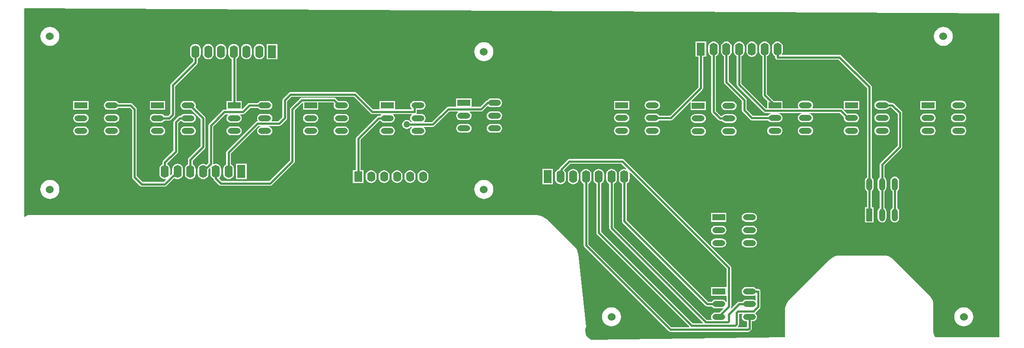
<source format=gtl>
G04*
G04 #@! TF.GenerationSoftware,Altium Limited,Altium Designer,20.2.6 (244)*
G04*
G04 Layer_Physical_Order=1*
G04 Layer_Color=255*
%FSLAX25Y25*%
%MOIN*%
G70*
G04*
G04 #@! TF.SameCoordinates,84CE4F0F-00B1-48B8-8D41-A7CC789AE08E*
G04*
G04*
G04 #@! TF.FilePolarity,Positive*
G04*
G01*
G75*
%ADD22C,0.01575*%
%ADD23O,0.09843X0.04724*%
%ADD24R,0.09843X0.04724*%
%ADD25O,0.04724X0.09843*%
%ADD26R,0.04724X0.09843*%
%ADD27R,0.06299X0.09843*%
%ADD28O,0.06299X0.09843*%
%ADD29O,0.06299X0.07874*%
%ADD30R,0.06299X0.07874*%
%ADD31C,0.06000*%
%ADD32C,0.05000*%
G36*
X850394Y253937D02*
Y3937D01*
X801181D01*
X800713Y4405D01*
X799978Y5506D01*
X799471Y6729D01*
X799213Y8027D01*
Y8689D01*
Y29528D01*
X799213D01*
X799213Y29528D01*
X799167Y30459D01*
X798804Y32287D01*
X798090Y34008D01*
X797055Y35557D01*
X796429Y36248D01*
X768677Y64000D01*
X768677Y64000D01*
X767950Y64659D01*
X766320Y65748D01*
X764509Y66499D01*
X762586Y66881D01*
X761606Y66929D01*
X726583Y66929D01*
X726583Y66929D01*
X725603Y66881D01*
X723680Y66499D01*
X721869Y65748D01*
X720239Y64659D01*
X719512Y64000D01*
X687968Y32456D01*
X687309Y31729D01*
X686220Y30099D01*
X685470Y28288D01*
X685088Y26366D01*
X685040Y25385D01*
Y3937D01*
X535591Y2016D01*
X535591Y2016D01*
X534900Y2300D01*
X533657Y3128D01*
X532601Y4185D01*
X531775Y5429D01*
X531210Y6812D01*
X530928Y8279D01*
X530941Y9772D01*
X531248Y11234D01*
X531542Y11920D01*
X525533Y67793D01*
X525533Y67793D01*
X525533Y67794D01*
X525407Y68632D01*
X524944Y70261D01*
X524213Y71788D01*
X523235Y73171D01*
X522662Y73795D01*
X502784Y93673D01*
X502784Y93673D01*
X502784Y93673D01*
X502207Y94222D01*
X500977Y95232D01*
X499652Y96117D01*
X498248Y96867D01*
X496777Y97477D01*
X495253Y97939D01*
X493692Y98250D01*
X492107Y98406D01*
X491311Y98425D01*
X103178Y98425D01*
X103178Y98425D01*
X102519Y98393D01*
X101227Y98136D01*
X100010Y97632D01*
X98925Y96907D01*
X98712Y96947D01*
X98425Y97074D01*
Y257520D01*
X98780Y257872D01*
X850394Y253937D01*
D02*
G37*
%LPC*%
G36*
X807087Y243555D02*
X805656Y243414D01*
X804280Y242997D01*
X803012Y242319D01*
X801900Y241407D01*
X800988Y240295D01*
X800310Y239027D01*
X799893Y237651D01*
X799752Y236220D01*
X799893Y234789D01*
X800310Y233414D01*
X800988Y232146D01*
X801900Y231034D01*
X803012Y230122D01*
X804280Y229444D01*
X805656Y229027D01*
X807087Y228886D01*
X808517Y229027D01*
X809893Y229444D01*
X811161Y230122D01*
X812273Y231034D01*
X813185Y232146D01*
X813863Y233414D01*
X814280Y234789D01*
X814421Y236220D01*
X814280Y237651D01*
X813863Y239027D01*
X813185Y240295D01*
X812273Y241407D01*
X811161Y242319D01*
X809893Y242997D01*
X808517Y243414D01*
X807087Y243555D01*
D02*
G37*
G36*
X118110D02*
X116679Y243414D01*
X115303Y242997D01*
X114035Y242319D01*
X112924Y241407D01*
X112012Y240295D01*
X111334Y239027D01*
X110917Y237651D01*
X110776Y236220D01*
X110917Y234789D01*
X111334Y233414D01*
X112012Y232146D01*
X112924Y231034D01*
X114035Y230122D01*
X115303Y229444D01*
X116679Y229027D01*
X118110Y228886D01*
X119541Y229027D01*
X120917Y229444D01*
X122185Y230122D01*
X123296Y231034D01*
X124209Y232146D01*
X124886Y233414D01*
X125304Y234789D01*
X125445Y236220D01*
X125304Y237651D01*
X124886Y239027D01*
X124209Y240295D01*
X123296Y241407D01*
X122185Y242319D01*
X120917Y242997D01*
X119541Y243414D01*
X118110Y243555D01*
D02*
G37*
G36*
X659449Y232335D02*
X658365Y232192D01*
X657356Y231774D01*
X656489Y231109D01*
X655824Y230242D01*
X655406Y229233D01*
X655263Y228150D01*
Y224606D01*
X655406Y223523D01*
X655824Y222513D01*
X656489Y221647D01*
X657356Y220982D01*
X658365Y220563D01*
X659449Y220421D01*
X660532Y220563D01*
X661542Y220982D01*
X662408Y221647D01*
X663073Y222513D01*
X663492Y223523D01*
X663634Y224606D01*
Y228150D01*
X663492Y229233D01*
X663073Y230242D01*
X662408Y231109D01*
X661542Y231774D01*
X660532Y232192D01*
X659449Y232335D01*
D02*
G37*
G36*
X293520Y230331D02*
X285221D01*
Y218488D01*
X293520D01*
Y230331D01*
D02*
G37*
G36*
X279528Y230367D02*
X278444Y230224D01*
X277435Y229806D01*
X276568Y229141D01*
X275903Y228274D01*
X275485Y227264D01*
X275342Y226181D01*
Y222638D01*
X275485Y221555D01*
X275903Y220545D01*
X276568Y219678D01*
X277435Y219013D01*
X278444Y218595D01*
X279528Y218453D01*
X280611Y218595D01*
X281620Y219013D01*
X282487Y219678D01*
X283152Y220545D01*
X283570Y221555D01*
X283713Y222638D01*
Y226181D01*
X283570Y227264D01*
X283152Y228274D01*
X282487Y229141D01*
X281620Y229806D01*
X280611Y230224D01*
X279528Y230367D01*
D02*
G37*
G36*
X269685D02*
X268602Y230224D01*
X267592Y229806D01*
X266725Y229141D01*
X266060Y228274D01*
X265642Y227264D01*
X265500Y226181D01*
Y222638D01*
X265642Y221555D01*
X266060Y220545D01*
X266725Y219678D01*
X267592Y219013D01*
X268602Y218595D01*
X269685Y218453D01*
X270768Y218595D01*
X271778Y219013D01*
X272644Y219678D01*
X273310Y220545D01*
X273728Y221555D01*
X273870Y222638D01*
Y226181D01*
X273728Y227264D01*
X273310Y228274D01*
X272644Y229141D01*
X271778Y229806D01*
X270768Y230224D01*
X269685Y230367D01*
D02*
G37*
G36*
X250000D02*
X248917Y230224D01*
X247907Y229806D01*
X247041Y229141D01*
X246375Y228274D01*
X245957Y227264D01*
X245815Y226181D01*
Y222638D01*
X245957Y221555D01*
X246375Y220545D01*
X247041Y219678D01*
X247907Y219013D01*
X248917Y218595D01*
X250000Y218453D01*
X251083Y218595D01*
X252093Y219013D01*
X252959Y219678D01*
X253625Y220545D01*
X254043Y221555D01*
X254185Y222638D01*
Y226181D01*
X254043Y227264D01*
X253625Y228274D01*
X252959Y229141D01*
X252093Y229806D01*
X251083Y230224D01*
X250000Y230367D01*
D02*
G37*
G36*
X240158D02*
X239074Y230224D01*
X238065Y229806D01*
X237198Y229141D01*
X236533Y228274D01*
X236115Y227264D01*
X235972Y226181D01*
Y222638D01*
X236115Y221555D01*
X236533Y220545D01*
X237198Y219678D01*
X238065Y219013D01*
X239074Y218595D01*
X240158Y218453D01*
X241241Y218595D01*
X242250Y219013D01*
X243117Y219678D01*
X243782Y220545D01*
X244200Y221555D01*
X244343Y222638D01*
Y226181D01*
X244200Y227264D01*
X243782Y228274D01*
X243117Y229141D01*
X242250Y229806D01*
X241241Y230224D01*
X240158Y230367D01*
D02*
G37*
G36*
X452756Y231744D02*
X451325Y231603D01*
X449949Y231186D01*
X448681Y230508D01*
X447570Y229596D01*
X446658Y228484D01*
X445980Y227216D01*
X445562Y225840D01*
X445422Y224409D01*
X445562Y222978D01*
X445980Y221603D01*
X446658Y220335D01*
X447570Y219223D01*
X448681Y218311D01*
X449949Y217633D01*
X451325Y217216D01*
X452756Y217075D01*
X454187Y217216D01*
X455563Y217633D01*
X456831Y218311D01*
X457942Y219223D01*
X458854Y220335D01*
X459532Y221603D01*
X459950Y222978D01*
X460090Y224409D01*
X459950Y225840D01*
X459532Y227216D01*
X458854Y228484D01*
X457942Y229596D01*
X456831Y230508D01*
X455563Y231186D01*
X454187Y231603D01*
X452756Y231744D01*
D02*
G37*
G36*
X353400Y193122D02*
X353400Y193122D01*
X303505D01*
X302807Y192984D01*
X302216Y192589D01*
X302216Y192589D01*
X297924Y188296D01*
X297529Y187705D01*
X297390Y187008D01*
X297390Y187008D01*
Y173983D01*
X294129Y170722D01*
X289326D01*
X289105Y171171D01*
X289253Y171363D01*
X289592Y172181D01*
X289707Y173059D01*
X289592Y173937D01*
X289253Y174755D01*
X288714Y175457D01*
X288012Y175996D01*
X287194Y176335D01*
X286316Y176450D01*
X281198D01*
X280320Y176335D01*
X279502Y175996D01*
X278800Y175457D01*
X278261Y174755D01*
X277922Y173937D01*
X277806Y173059D01*
X277922Y172181D01*
X278261Y171363D01*
X278416Y171161D01*
X278366Y171058D01*
X278133Y170709D01*
X277503Y170584D01*
X276911Y170189D01*
X276911Y170189D01*
X254617Y147894D01*
X254222Y147303D01*
X254083Y146606D01*
X254083Y146606D01*
Y137398D01*
X253813Y137286D01*
X252946Y136621D01*
X252281Y135754D01*
X251863Y134745D01*
X251720Y133661D01*
Y130118D01*
X251863Y129035D01*
X252281Y128025D01*
X252946Y127159D01*
X253813Y126494D01*
X254822Y126075D01*
X255906Y125933D01*
X256989Y126075D01*
X257998Y126494D01*
X258865Y127159D01*
X259530Y128025D01*
X259948Y129035D01*
X260091Y130118D01*
Y133661D01*
X259948Y134745D01*
X259530Y135754D01*
X258865Y136621D01*
X257998Y137286D01*
X257728Y137398D01*
Y145851D01*
X278955Y167078D01*
X280937D01*
X280970Y166578D01*
X280320Y166492D01*
X279502Y166153D01*
X278800Y165614D01*
X278261Y164912D01*
X277922Y164094D01*
X277806Y163216D01*
X277922Y162339D01*
X278261Y161521D01*
X278800Y160819D01*
X279502Y160280D01*
X280320Y159941D01*
X281198Y159825D01*
X286316D01*
X287194Y159941D01*
X288012Y160280D01*
X288714Y160819D01*
X289253Y161521D01*
X289592Y162339D01*
X289707Y163216D01*
X289592Y164094D01*
X289253Y164912D01*
X288714Y165614D01*
X288012Y166153D01*
X287194Y166492D01*
X286544Y166578D01*
X286577Y167078D01*
X294884D01*
X294884Y167078D01*
X295582Y167216D01*
X296173Y167611D01*
X300501Y171940D01*
X300501Y171940D01*
X300896Y172531D01*
X301035Y173228D01*
X301035Y173228D01*
Y186253D01*
X304260Y189478D01*
X352645D01*
X365411Y176711D01*
X366003Y176316D01*
X366700Y176178D01*
X366700Y176178D01*
X373406D01*
X373575Y175678D01*
X373288Y175457D01*
X372846Y174881D01*
X371500D01*
X370803Y174743D01*
X370211Y174348D01*
X370211Y174348D01*
X354538Y158675D01*
X354143Y158083D01*
X354004Y157386D01*
X354004Y157386D01*
Y132890D01*
X351677D01*
Y123016D01*
X359976D01*
Y132890D01*
X357649D01*
Y156631D01*
X372255Y171237D01*
X372846D01*
X373288Y170661D01*
X373990Y170122D01*
X374808Y169783D01*
X375686Y169668D01*
X380804D01*
X381682Y169783D01*
X382500Y170122D01*
X383202Y170661D01*
X383741Y171363D01*
X384080Y172181D01*
X384195Y173059D01*
X384080Y173937D01*
X383741Y174755D01*
X383202Y175457D01*
X382914Y175678D01*
X383084Y176178D01*
X397028D01*
X397198Y175678D01*
X396910Y175457D01*
X396371Y174755D01*
X396032Y173937D01*
X395917Y173059D01*
X396032Y172181D01*
X396371Y171363D01*
X396910Y170661D01*
X397091Y170522D01*
X396921Y170022D01*
X396313D01*
X395796Y170696D01*
X395065Y171257D01*
X394214Y171610D01*
X393300Y171730D01*
X392386Y171610D01*
X391535Y171257D01*
X390804Y170696D01*
X390243Y169965D01*
X389890Y169114D01*
X389770Y168200D01*
X389890Y167286D01*
X390243Y166435D01*
X390804Y165704D01*
X391535Y165143D01*
X392386Y164790D01*
X393300Y164670D01*
X394214Y164790D01*
X395065Y165143D01*
X395796Y165704D01*
X396313Y166378D01*
X397083D01*
X397253Y165878D01*
X396910Y165614D01*
X396371Y164912D01*
X396032Y164094D01*
X395917Y163216D01*
X396032Y162339D01*
X396371Y161521D01*
X396910Y160819D01*
X397612Y160280D01*
X398430Y159941D01*
X399308Y159825D01*
X404426D01*
X405304Y159941D01*
X406122Y160280D01*
X406824Y160819D01*
X407363Y161521D01*
X407702Y162339D01*
X407817Y163216D01*
X407702Y164094D01*
X407363Y164912D01*
X406824Y165614D01*
X406481Y165878D01*
X406651Y166378D01*
X413400D01*
X413400Y166378D01*
X414097Y166516D01*
X414689Y166911D01*
X425955Y178178D01*
X432502D01*
X432672Y177678D01*
X432343Y177425D01*
X431804Y176723D01*
X431465Y175905D01*
X431350Y175027D01*
X431465Y174150D01*
X431804Y173332D01*
X432343Y172629D01*
X433045Y172090D01*
X433863Y171752D01*
X434741Y171636D01*
X439859D01*
X440737Y171752D01*
X441555Y172090D01*
X442257Y172629D01*
X442796Y173332D01*
X443135Y174150D01*
X443251Y175027D01*
X443135Y175905D01*
X442796Y176723D01*
X442257Y177425D01*
X441928Y177678D01*
X442098Y178178D01*
X450700D01*
X450700Y178178D01*
X451397Y178316D01*
X451989Y178711D01*
X455763Y182485D01*
X455965Y182472D01*
X456668Y181933D01*
X457485Y181594D01*
X458363Y181479D01*
X463481D01*
X464359Y181594D01*
X465177Y181933D01*
X465879Y182472D01*
X466418Y183174D01*
X466757Y183992D01*
X466873Y184870D01*
X466757Y185748D01*
X466418Y186566D01*
X465879Y187268D01*
X465177Y187807D01*
X464359Y188146D01*
X463481Y188261D01*
X458363D01*
X457485Y188146D01*
X456668Y187807D01*
X455965Y187268D01*
X455515Y186681D01*
X454873Y186554D01*
X454281Y186159D01*
X449945Y181822D01*
X443222D01*
Y188232D01*
X431379D01*
Y181822D01*
X425200D01*
X425200Y181822D01*
X424503Y181684D01*
X423911Y181289D01*
X412645Y170022D01*
X406813D01*
X406643Y170522D01*
X406824Y170661D01*
X407363Y171363D01*
X407702Y172181D01*
X407817Y173059D01*
X407702Y173937D01*
X407363Y174755D01*
X406824Y175457D01*
X406122Y175996D01*
X405304Y176335D01*
X404426Y176450D01*
X401016D01*
X400748Y176950D01*
X400984Y177303D01*
X401122Y178000D01*
Y179510D01*
X404426D01*
X405304Y179626D01*
X406122Y179965D01*
X406824Y180504D01*
X407363Y181206D01*
X407702Y182024D01*
X407817Y182902D01*
X407702Y183779D01*
X407363Y184597D01*
X406824Y185300D01*
X406122Y185838D01*
X405304Y186177D01*
X404426Y186293D01*
X399308D01*
X398430Y186177D01*
X397612Y185838D01*
X396910Y185300D01*
X396371Y184597D01*
X396032Y183779D01*
X395917Y182902D01*
X396032Y182024D01*
X396371Y181206D01*
X396910Y180504D01*
X397146Y180322D01*
X396976Y179822D01*
X384166D01*
Y186264D01*
X372324D01*
Y179822D01*
X367455D01*
X354689Y192589D01*
X354097Y192984D01*
X353400Y193122D01*
D02*
G37*
G36*
X669291Y232335D02*
X668208Y232192D01*
X667199Y231774D01*
X666332Y231109D01*
X665666Y230242D01*
X665248Y229233D01*
X665106Y228150D01*
Y224606D01*
X665248Y223523D01*
X665666Y222513D01*
X666332Y221647D01*
X667199Y220982D01*
X667469Y220869D01*
Y190945D01*
X667469Y190945D01*
X667607Y190248D01*
X668003Y189656D01*
X671244Y186415D01*
Y180722D01*
X670280D01*
X651429Y199574D01*
Y220869D01*
X651699Y220982D01*
X652566Y221647D01*
X653231Y222513D01*
X653649Y223523D01*
X653792Y224606D01*
Y228150D01*
X653649Y229233D01*
X653231Y230242D01*
X652566Y231109D01*
X651699Y231774D01*
X650690Y232192D01*
X649606Y232335D01*
X648523Y232192D01*
X647513Y231774D01*
X646647Y231109D01*
X645982Y230242D01*
X645563Y229233D01*
X645421Y228150D01*
Y224606D01*
X645563Y223523D01*
X645982Y222513D01*
X646647Y221647D01*
X647513Y220982D01*
X647784Y220869D01*
Y198819D01*
X647784Y198819D01*
X647923Y198122D01*
X648318Y197530D01*
X668236Y177611D01*
X668236Y177611D01*
X668828Y177216D01*
X669525Y177078D01*
X669525Y177078D01*
X674254D01*
X674287Y176578D01*
X673729Y176504D01*
X672911Y176165D01*
X672208Y175626D01*
X671767Y175051D01*
X660204D01*
X655366Y179889D01*
Y187008D01*
X655366Y187008D01*
X655227Y187705D01*
X654832Y188296D01*
X641586Y201542D01*
Y220869D01*
X641856Y220982D01*
X642723Y221647D01*
X643389Y222513D01*
X643807Y223523D01*
X643949Y224606D01*
Y228150D01*
X643807Y229233D01*
X643389Y230242D01*
X642723Y231109D01*
X641856Y231774D01*
X640847Y232192D01*
X639764Y232335D01*
X638681Y232192D01*
X637671Y231774D01*
X636804Y231109D01*
X636139Y230242D01*
X635721Y229233D01*
X635578Y228150D01*
Y224606D01*
X635721Y223523D01*
X636139Y222513D01*
X636804Y221647D01*
X637671Y220982D01*
X637941Y220869D01*
Y200787D01*
X637941Y200787D01*
X638080Y200090D01*
X638475Y199499D01*
X651721Y186253D01*
Y179134D01*
X651721Y179134D01*
X651860Y178436D01*
X652255Y177845D01*
X658160Y171940D01*
X658160Y171940D01*
X658751Y171545D01*
X659449Y171406D01*
X659449Y171406D01*
X671767D01*
X672208Y170830D01*
X672911Y170291D01*
X673729Y169953D01*
X674606Y169837D01*
X679725D01*
X680602Y169953D01*
X681420Y170291D01*
X682122Y170830D01*
X682661Y171533D01*
X683000Y172351D01*
X683116Y173228D01*
X683000Y174106D01*
X682661Y174924D01*
X682122Y175626D01*
X681420Y176165D01*
X680602Y176504D01*
X680044Y176578D01*
X680077Y177078D01*
X697876D01*
X697909Y176578D01*
X697351Y176504D01*
X696533Y176165D01*
X695830Y175626D01*
X695292Y174924D01*
X694953Y174106D01*
X694837Y173228D01*
X694953Y172351D01*
X695292Y171533D01*
X695830Y170830D01*
X696533Y170291D01*
X697351Y169953D01*
X698228Y169837D01*
X703346D01*
X704224Y169953D01*
X705042Y170291D01*
X705744Y170830D01*
X706283Y171533D01*
X706622Y172351D01*
X706738Y173228D01*
X706622Y174106D01*
X706283Y174924D01*
X705744Y175626D01*
X705042Y176165D01*
X704224Y176504D01*
X703666Y176578D01*
X703698Y177078D01*
X727274D01*
X730369Y173982D01*
X730270Y173228D01*
X730386Y172351D01*
X730724Y171533D01*
X731263Y170830D01*
X731966Y170291D01*
X732784Y169953D01*
X733661Y169837D01*
X738779D01*
X739657Y169953D01*
X740475Y170291D01*
X741177Y170830D01*
X741716Y171533D01*
X742055Y172351D01*
X742171Y173228D01*
X742055Y174106D01*
X741716Y174924D01*
X741177Y175626D01*
X740475Y176165D01*
X739657Y176504D01*
X738779Y176620D01*
X733661D01*
X732976Y176529D01*
X730296Y179210D01*
X730504Y179709D01*
X730714Y179709D01*
X742142D01*
Y186433D01*
X730299D01*
Y180156D01*
X730299Y179914D01*
X729801Y179705D01*
X729317Y180189D01*
X728726Y180584D01*
X728028Y180722D01*
X728028Y180722D01*
X706348D01*
X706126Y181171D01*
X706283Y181375D01*
X706622Y182193D01*
X706738Y183071D01*
X706622Y183949D01*
X706283Y184766D01*
X705744Y185469D01*
X705042Y186008D01*
X704224Y186346D01*
X703346Y186462D01*
X698228D01*
X697351Y186346D01*
X696533Y186008D01*
X695830Y185469D01*
X695292Y184766D01*
X694953Y183949D01*
X694837Y183071D01*
X694953Y182193D01*
X695292Y181375D01*
X695448Y181171D01*
X695227Y180722D01*
X683087D01*
Y186433D01*
X676380D01*
X671114Y191700D01*
Y220869D01*
X671384Y220982D01*
X672251Y221647D01*
X672916Y222513D01*
X673334Y223523D01*
X673477Y224606D01*
Y228150D01*
X673334Y229233D01*
X672916Y230242D01*
X672251Y231109D01*
X671384Y231774D01*
X670374Y232192D01*
X669291Y232335D01*
D02*
G37*
G36*
X801197Y186433D02*
X789354D01*
Y179709D01*
X801197D01*
Y186433D01*
D02*
G37*
G36*
X564977D02*
X553134D01*
Y179709D01*
X564977D01*
Y186433D01*
D02*
G37*
G36*
X821457Y186462D02*
X816339D01*
X815461Y186346D01*
X814643Y186008D01*
X813941Y185469D01*
X813402Y184766D01*
X813063Y183949D01*
X812947Y183071D01*
X813063Y182193D01*
X813402Y181375D01*
X813941Y180673D01*
X814643Y180134D01*
X815461Y179795D01*
X816339Y179680D01*
X821457D01*
X822334Y179795D01*
X823152Y180134D01*
X823855Y180673D01*
X824393Y181375D01*
X824732Y182193D01*
X824848Y183071D01*
X824732Y183949D01*
X824393Y184766D01*
X823855Y185469D01*
X823152Y186008D01*
X822334Y186346D01*
X821457Y186462D01*
D02*
G37*
G36*
X585236D02*
X580118D01*
X579240Y186346D01*
X578422Y186008D01*
X577720Y185469D01*
X577181Y184766D01*
X576842Y183949D01*
X576727Y183071D01*
X576842Y182193D01*
X577181Y181375D01*
X577720Y180673D01*
X578422Y180134D01*
X579240Y179795D01*
X580118Y179680D01*
X585236D01*
X586114Y179795D01*
X586932Y180134D01*
X587634Y180673D01*
X588173Y181375D01*
X588512Y182193D01*
X588627Y183071D01*
X588512Y183949D01*
X588173Y184766D01*
X587634Y185469D01*
X586932Y186008D01*
X586114Y186346D01*
X585236Y186462D01*
D02*
G37*
G36*
X207001Y186264D02*
X195158D01*
Y179539D01*
X207001D01*
Y186264D01*
D02*
G37*
G36*
X147946D02*
X136103D01*
Y179539D01*
X147946D01*
Y186264D01*
D02*
G37*
G36*
X259843Y230367D02*
X258759Y230224D01*
X257750Y229806D01*
X256883Y229141D01*
X256218Y228274D01*
X255800Y227264D01*
X255657Y226181D01*
Y222638D01*
X255800Y221555D01*
X256218Y220545D01*
X256883Y219678D01*
X257750Y219013D01*
X258312Y218780D01*
Y186264D01*
X254214D01*
Y179722D01*
X252703D01*
X252703Y179722D01*
X252006Y179584D01*
X251414Y179189D01*
X251414Y179189D01*
X240837Y168612D01*
X240442Y168020D01*
X240303Y167323D01*
X240304Y167323D01*
Y138550D01*
X238724Y136971D01*
X238313Y137286D01*
X237304Y137704D01*
X236221Y137847D01*
X235137Y137704D01*
X234128Y137286D01*
X233261Y136621D01*
X232596Y135754D01*
X232178Y134745D01*
X232035Y133661D01*
Y130118D01*
X232178Y129035D01*
X232596Y128025D01*
X233261Y127159D01*
X234128Y126494D01*
X235137Y126075D01*
X236221Y125933D01*
X237304Y126075D01*
X238313Y126494D01*
X239180Y127159D01*
X239845Y128025D01*
X240263Y129035D01*
X240406Y130118D01*
Y133601D01*
X240718Y133810D01*
X241495Y134587D01*
X241969Y134353D01*
X241878Y133661D01*
Y130118D01*
X242020Y129035D01*
X242438Y128025D01*
X243104Y127159D01*
X243970Y126494D01*
X244296Y126359D01*
X244379Y125940D01*
X244774Y125348D01*
X248711Y121411D01*
X248711Y121411D01*
X249303Y121016D01*
X250000Y120878D01*
X250000Y120878D01*
X288054D01*
X288054Y120878D01*
X288752Y121016D01*
X289343Y121411D01*
X306407Y138475D01*
X306407Y138475D01*
X306802Y139066D01*
X306941Y139764D01*
X306941Y139764D01*
Y179063D01*
X312769Y184891D01*
X313269Y184684D01*
Y179539D01*
X325111D01*
Y185278D01*
X336499D01*
X337276Y184500D01*
X336977Y183779D01*
X336862Y182902D01*
X336977Y182024D01*
X337316Y181206D01*
X337855Y180504D01*
X338557Y179965D01*
X339375Y179626D01*
X340253Y179510D01*
X345371D01*
X346249Y179626D01*
X347067Y179965D01*
X347769Y180504D01*
X348308Y181206D01*
X348647Y182024D01*
X348762Y182902D01*
X348647Y183779D01*
X348308Y184597D01*
X347769Y185300D01*
X347067Y185838D01*
X346249Y186177D01*
X345371Y186293D01*
X340551D01*
X340375Y186556D01*
X340375Y186556D01*
X338542Y188389D01*
X337951Y188784D01*
X337254Y188922D01*
X337254Y188922D01*
X312400D01*
X312400Y188922D01*
X311703Y188784D01*
X311111Y188389D01*
X311111Y188389D01*
X303830Y181107D01*
X303434Y180516D01*
X303296Y179818D01*
X303296Y179818D01*
Y140519D01*
X287299Y124522D01*
X250755D01*
X248779Y126498D01*
X248812Y126997D01*
X249023Y127159D01*
X249688Y128025D01*
X250106Y129035D01*
X250248Y130118D01*
Y133661D01*
X250106Y134745D01*
X249688Y135754D01*
X249023Y136621D01*
X248156Y137286D01*
X247146Y137704D01*
X246063Y137847D01*
X244980Y137704D01*
X244392Y137461D01*
X243948Y137795D01*
X243948Y137795D01*
Y166568D01*
X253458Y176078D01*
X255165D01*
X255335Y175578D01*
X255178Y175457D01*
X254639Y174755D01*
X254300Y173937D01*
X254185Y173059D01*
X254300Y172181D01*
X254639Y171363D01*
X255178Y170661D01*
X255880Y170122D01*
X256698Y169783D01*
X257576Y169668D01*
X262694D01*
X263572Y169783D01*
X264389Y170122D01*
X265092Y170661D01*
X265631Y171363D01*
X265969Y172181D01*
X266085Y173059D01*
X265969Y173937D01*
X265631Y174755D01*
X265092Y175457D01*
X264935Y175578D01*
X265104Y176078D01*
X266898D01*
X266898Y176078D01*
X267596Y176216D01*
X268187Y176611D01*
X272655Y181079D01*
X278358D01*
X278800Y180504D01*
X279502Y179965D01*
X280320Y179626D01*
X281198Y179510D01*
X286316D01*
X287194Y179626D01*
X288012Y179965D01*
X288714Y180504D01*
X289253Y181206D01*
X289592Y182024D01*
X289707Y182902D01*
X289592Y183779D01*
X289253Y184597D01*
X288714Y185300D01*
X288012Y185838D01*
X287194Y186177D01*
X286316Y186293D01*
X281198D01*
X280320Y186177D01*
X279502Y185838D01*
X278800Y185300D01*
X278358Y184724D01*
X271900D01*
X271900Y184724D01*
X271203Y184585D01*
X270611Y184190D01*
X266556Y180135D01*
X266056Y180342D01*
Y186264D01*
X261957D01*
Y219030D01*
X262802Y219678D01*
X263467Y220545D01*
X263885Y221555D01*
X264028Y222638D01*
Y226181D01*
X263885Y227264D01*
X263467Y228274D01*
X262802Y229141D01*
X261935Y229806D01*
X260926Y230224D01*
X259843Y230367D01*
D02*
G37*
G36*
X624228Y232299D02*
X615929D01*
Y220457D01*
X618256D01*
Y197062D01*
X596245Y175051D01*
X588076D01*
X587634Y175626D01*
X586932Y176165D01*
X586114Y176504D01*
X585236Y176620D01*
X580118D01*
X579240Y176504D01*
X578422Y176165D01*
X577720Y175626D01*
X577181Y174924D01*
X576842Y174106D01*
X576727Y173228D01*
X576842Y172351D01*
X577181Y171533D01*
X577720Y170830D01*
X578422Y170291D01*
X579240Y169953D01*
X580118Y169837D01*
X585236D01*
X586114Y169953D01*
X586932Y170291D01*
X587634Y170830D01*
X588076Y171406D01*
X597000D01*
X597000Y171406D01*
X597697Y171545D01*
X598289Y171940D01*
X611727Y185378D01*
X612189Y185187D01*
Y179315D01*
X624031D01*
Y186039D01*
X613042D01*
X612850Y186501D01*
X621367Y195018D01*
X621367Y195018D01*
X621762Y195610D01*
X621901Y196307D01*
X621901Y196307D01*
Y220457D01*
X624228D01*
Y232299D01*
D02*
G37*
G36*
X644291Y186068D02*
X639173D01*
X638295Y185953D01*
X637477Y185614D01*
X636775Y185075D01*
X636236Y184373D01*
X635897Y183555D01*
X635782Y182677D01*
X635897Y181799D01*
X636236Y180982D01*
X636775Y180279D01*
X637477Y179740D01*
X638295Y179402D01*
X639173Y179286D01*
X644291D01*
X645169Y179402D01*
X645987Y179740D01*
X646689Y180279D01*
X647228Y180982D01*
X647567Y181799D01*
X647683Y182677D01*
X647567Y183555D01*
X647228Y184373D01*
X646689Y185075D01*
X645987Y185614D01*
X645169Y185953D01*
X644291Y186068D01*
D02*
G37*
G36*
X230315Y230367D02*
X229232Y230224D01*
X228222Y229806D01*
X227356Y229141D01*
X226690Y228274D01*
X226272Y227264D01*
X226130Y226181D01*
Y222638D01*
X226272Y221555D01*
X226690Y220545D01*
X227356Y219678D01*
X228222Y219013D01*
X228493Y218901D01*
Y216670D01*
X211611Y199789D01*
X211216Y199197D01*
X211078Y198500D01*
X211078Y198500D01*
Y176714D01*
X209245Y174881D01*
X206478D01*
X206037Y175457D01*
X205334Y175996D01*
X204516Y176335D01*
X203639Y176450D01*
X198521D01*
X197643Y176335D01*
X196825Y175996D01*
X196123Y175457D01*
X195584Y174755D01*
X195245Y173937D01*
X195129Y173059D01*
X195245Y172181D01*
X195584Y171363D01*
X196123Y170661D01*
X196825Y170122D01*
X197643Y169783D01*
X198521Y169668D01*
X203639D01*
X204516Y169783D01*
X205334Y170122D01*
X206037Y170661D01*
X206478Y171237D01*
X210000D01*
X210000Y171237D01*
X210697Y171375D01*
X211289Y171770D01*
X214189Y174670D01*
X214584Y175262D01*
X214722Y175959D01*
X214722Y175959D01*
Y197745D01*
X231604Y214626D01*
X231604Y214626D01*
X231999Y215218D01*
X232137Y215915D01*
X232137Y215915D01*
Y218901D01*
X232408Y219013D01*
X233275Y219678D01*
X233940Y220545D01*
X234358Y221555D01*
X234500Y222638D01*
Y226181D01*
X234358Y227264D01*
X233940Y228274D01*
X233275Y229141D01*
X232408Y229806D01*
X231398Y230224D01*
X230315Y230367D01*
D02*
G37*
G36*
X463481Y178419D02*
X458363D01*
X457485Y178303D01*
X456668Y177964D01*
X455965Y177425D01*
X455426Y176723D01*
X455088Y175905D01*
X454972Y175027D01*
X455088Y174150D01*
X455426Y173332D01*
X455965Y172629D01*
X456668Y172090D01*
X457485Y171752D01*
X458363Y171636D01*
X463481D01*
X464359Y171752D01*
X465177Y172090D01*
X465879Y172629D01*
X466418Y173332D01*
X466757Y174150D01*
X466873Y175027D01*
X466757Y175905D01*
X466418Y176723D01*
X465879Y177425D01*
X465177Y177964D01*
X464359Y178303D01*
X463481Y178419D01*
D02*
G37*
G36*
X821457Y176620D02*
X816339D01*
X815461Y176504D01*
X814643Y176165D01*
X813941Y175626D01*
X813402Y174924D01*
X813063Y174106D01*
X812947Y173228D01*
X813063Y172351D01*
X813402Y171533D01*
X813941Y170830D01*
X814643Y170291D01*
X815461Y169953D01*
X816339Y169837D01*
X821457D01*
X822334Y169953D01*
X823152Y170291D01*
X823855Y170830D01*
X824393Y171533D01*
X824732Y172351D01*
X824848Y173228D01*
X824732Y174106D01*
X824393Y174924D01*
X823855Y175626D01*
X823152Y176165D01*
X822334Y176504D01*
X821457Y176620D01*
D02*
G37*
G36*
X797835D02*
X792717D01*
X791839Y176504D01*
X791021Y176165D01*
X790319Y175626D01*
X789780Y174924D01*
X789441Y174106D01*
X789325Y173228D01*
X789441Y172351D01*
X789780Y171533D01*
X790319Y170830D01*
X791021Y170291D01*
X791839Y169953D01*
X792717Y169837D01*
X797835D01*
X798712Y169953D01*
X799530Y170291D01*
X800233Y170830D01*
X800772Y171533D01*
X801110Y172351D01*
X801226Y173228D01*
X801110Y174106D01*
X800772Y174924D01*
X800233Y175626D01*
X799530Y176165D01*
X798712Y176504D01*
X797835Y176620D01*
D02*
G37*
G36*
X762402D02*
X757283D01*
X756406Y176504D01*
X755588Y176165D01*
X754886Y175626D01*
X754347Y174924D01*
X754008Y174106D01*
X753892Y173228D01*
X754008Y172351D01*
X754347Y171533D01*
X754886Y170830D01*
X755588Y170291D01*
X756406Y169953D01*
X757283Y169837D01*
X762402D01*
X763279Y169953D01*
X764097Y170291D01*
X764800Y170830D01*
X765339Y171533D01*
X765677Y172351D01*
X765793Y173228D01*
X765677Y174106D01*
X765339Y174924D01*
X764800Y175626D01*
X764097Y176165D01*
X763279Y176504D01*
X762402Y176620D01*
D02*
G37*
G36*
X561614D02*
X556496D01*
X555618Y176504D01*
X554801Y176165D01*
X554098Y175626D01*
X553559Y174924D01*
X553221Y174106D01*
X553105Y173228D01*
X553221Y172351D01*
X553559Y171533D01*
X554098Y170830D01*
X554801Y170291D01*
X555618Y169953D01*
X556496Y169837D01*
X561614D01*
X562492Y169953D01*
X563310Y170291D01*
X564012Y170830D01*
X564551Y171533D01*
X564890Y172351D01*
X565005Y173228D01*
X564890Y174106D01*
X564551Y174924D01*
X564012Y175626D01*
X563310Y176165D01*
X562492Y176504D01*
X561614Y176620D01*
D02*
G37*
G36*
X345371Y176450D02*
X340253D01*
X339375Y176335D01*
X338557Y175996D01*
X337855Y175457D01*
X337316Y174755D01*
X336977Y173937D01*
X336862Y173059D01*
X336977Y172181D01*
X337316Y171363D01*
X337855Y170661D01*
X338557Y170122D01*
X339375Y169783D01*
X340253Y169668D01*
X345371D01*
X346249Y169783D01*
X347067Y170122D01*
X347769Y170661D01*
X348308Y171363D01*
X348647Y172181D01*
X348762Y173059D01*
X348647Y173937D01*
X348308Y174755D01*
X347769Y175457D01*
X347067Y175996D01*
X346249Y176335D01*
X345371Y176450D01*
D02*
G37*
G36*
X321749D02*
X316631D01*
X315753Y176335D01*
X314935Y175996D01*
X314233Y175457D01*
X313694Y174755D01*
X313355Y173937D01*
X313240Y173059D01*
X313355Y172181D01*
X313694Y171363D01*
X314233Y170661D01*
X314935Y170122D01*
X315753Y169783D01*
X316631Y169668D01*
X321749D01*
X322627Y169783D01*
X323445Y170122D01*
X324147Y170661D01*
X324686Y171363D01*
X325025Y172181D01*
X325140Y173059D01*
X325025Y173937D01*
X324686Y174755D01*
X324147Y175457D01*
X323445Y175996D01*
X322627Y176335D01*
X321749Y176450D01*
D02*
G37*
G36*
X168206Y186293D02*
X163087D01*
X162210Y186177D01*
X161392Y185838D01*
X160690Y185300D01*
X160151Y184597D01*
X159812Y183779D01*
X159696Y182902D01*
X159812Y182024D01*
X160151Y181206D01*
X160690Y180504D01*
X161392Y179965D01*
X162210Y179626D01*
X163087Y179510D01*
X168206D01*
X169083Y179626D01*
X169901Y179965D01*
X170604Y180504D01*
X171045Y181079D01*
X179545D01*
X181478Y179147D01*
Y127724D01*
X181478Y127724D01*
X181616Y127026D01*
X182011Y126435D01*
X187688Y120759D01*
X187688Y120759D01*
X188279Y120363D01*
X188976Y120225D01*
X206693D01*
X206693Y120225D01*
X207390Y120363D01*
X207981Y120759D01*
X214032Y126809D01*
X214443Y126494D01*
X215452Y126075D01*
X216535Y125933D01*
X217619Y126075D01*
X218628Y126494D01*
X219495Y127159D01*
X220160Y128025D01*
X220578Y129035D01*
X220721Y130118D01*
Y133661D01*
X220578Y134745D01*
X220160Y135754D01*
X219495Y136621D01*
X218628Y137286D01*
X217619Y137704D01*
X216535Y137847D01*
X215452Y137704D01*
X214443Y137286D01*
X213576Y136621D01*
X212911Y135754D01*
X212493Y134745D01*
X212350Y133661D01*
Y130178D01*
X212038Y129970D01*
X212038Y129970D01*
X211261Y129193D01*
X210787Y129426D01*
X210878Y130118D01*
Y133661D01*
X210736Y134745D01*
X210318Y135754D01*
X209652Y136621D01*
X208786Y137286D01*
X208515Y137398D01*
Y138138D01*
X216489Y146111D01*
X216489Y146111D01*
X216884Y146703D01*
X217022Y147400D01*
Y169245D01*
X218865Y171088D01*
X219440Y171058D01*
X219745Y170661D01*
X220447Y170122D01*
X221265Y169783D01*
X222143Y169668D01*
X227261D01*
X228139Y169783D01*
X228957Y170122D01*
X229659Y170661D01*
X230198Y171363D01*
X230537Y172181D01*
X230652Y173059D01*
X230537Y173937D01*
X230198Y174755D01*
X229659Y175457D01*
X228957Y175996D01*
X228139Y176335D01*
X227261Y176450D01*
X222143D01*
X221265Y176335D01*
X220447Y175996D01*
X219745Y175457D01*
X219303Y174881D01*
X218259D01*
X218259Y174881D01*
X217562Y174743D01*
X216970Y174348D01*
X213911Y171289D01*
X213516Y170697D01*
X213378Y170000D01*
X213378Y170000D01*
Y148155D01*
X205404Y140182D01*
X205009Y139590D01*
X204871Y138893D01*
X204871Y138893D01*
Y137398D01*
X204600Y137286D01*
X203733Y136621D01*
X203068Y135754D01*
X202650Y134745D01*
X202508Y133661D01*
Y130118D01*
X202650Y129035D01*
X203068Y128025D01*
X203733Y127159D01*
X204600Y126494D01*
X205610Y126075D01*
X206693Y125933D01*
X207385Y126024D01*
X207619Y125550D01*
X205938Y123870D01*
X189731D01*
X185122Y128479D01*
Y179902D01*
X185122Y179902D01*
X184984Y180599D01*
X184589Y181190D01*
X181589Y184190D01*
X180997Y184585D01*
X180300Y184724D01*
X180300Y184724D01*
X171045D01*
X170604Y185300D01*
X169901Y185838D01*
X169083Y186177D01*
X168206Y186293D01*
D02*
G37*
G36*
Y176450D02*
X163087D01*
X162210Y176335D01*
X161392Y175996D01*
X160690Y175457D01*
X160151Y174755D01*
X159812Y173937D01*
X159696Y173059D01*
X159812Y172181D01*
X160151Y171363D01*
X160690Y170661D01*
X161392Y170122D01*
X162210Y169783D01*
X163087Y169668D01*
X168206D01*
X169083Y169783D01*
X169901Y170122D01*
X170604Y170661D01*
X171142Y171363D01*
X171481Y172181D01*
X171597Y173059D01*
X171481Y173937D01*
X171142Y174755D01*
X170604Y175457D01*
X169901Y175996D01*
X169083Y176335D01*
X168206Y176450D01*
D02*
G37*
G36*
X144584D02*
X139465D01*
X138588Y176335D01*
X137770Y175996D01*
X137068Y175457D01*
X136529Y174755D01*
X136190Y173937D01*
X136074Y173059D01*
X136190Y172181D01*
X136529Y171363D01*
X137068Y170661D01*
X137770Y170122D01*
X138588Y169783D01*
X139465Y169668D01*
X144584D01*
X145461Y169783D01*
X146279Y170122D01*
X146982Y170661D01*
X147520Y171363D01*
X147859Y172181D01*
X147975Y173059D01*
X147859Y173937D01*
X147520Y174755D01*
X146982Y175457D01*
X146279Y175996D01*
X145461Y176335D01*
X144584Y176450D01*
D02*
G37*
G36*
X629921Y232335D02*
X628838Y232192D01*
X627829Y231774D01*
X626962Y231109D01*
X626297Y230242D01*
X625878Y229233D01*
X625736Y228150D01*
Y224606D01*
X625878Y223523D01*
X626297Y222513D01*
X626962Y221647D01*
X627829Y220982D01*
X628099Y220869D01*
Y177913D01*
X628099Y177913D01*
X628237Y177216D01*
X628632Y176625D01*
X633711Y171546D01*
X633711Y171546D01*
X634303Y171151D01*
X635000Y171012D01*
X635000Y171012D01*
X636334D01*
X636775Y170437D01*
X637477Y169898D01*
X638295Y169559D01*
X639173Y169443D01*
X644291D01*
X645169Y169559D01*
X645987Y169898D01*
X646689Y170437D01*
X647228Y171139D01*
X647567Y171957D01*
X647683Y172835D01*
X647567Y173712D01*
X647228Y174530D01*
X646689Y175233D01*
X645987Y175771D01*
X645169Y176110D01*
X644291Y176226D01*
X639173D01*
X638295Y176110D01*
X637477Y175771D01*
X636775Y175233D01*
X636334Y174657D01*
X635755D01*
X631744Y178668D01*
Y220869D01*
X632014Y220982D01*
X632881Y221647D01*
X633546Y222513D01*
X633964Y223523D01*
X634107Y224606D01*
Y228150D01*
X633964Y229233D01*
X633546Y230242D01*
X632881Y231109D01*
X632014Y231774D01*
X631004Y232192D01*
X629921Y232335D01*
D02*
G37*
G36*
X620669Y176226D02*
X615551D01*
X614673Y176110D01*
X613856Y175771D01*
X613153Y175233D01*
X612614Y174530D01*
X612276Y173712D01*
X612160Y172835D01*
X612276Y171957D01*
X612614Y171139D01*
X613153Y170437D01*
X613856Y169898D01*
X614673Y169559D01*
X615551Y169443D01*
X620669D01*
X621547Y169559D01*
X622365Y169898D01*
X623067Y170437D01*
X623606Y171139D01*
X623945Y171957D01*
X624060Y172835D01*
X623945Y173712D01*
X623606Y174530D01*
X623067Y175233D01*
X622365Y175771D01*
X621547Y176110D01*
X620669Y176226D01*
D02*
G37*
G36*
X463481Y168576D02*
X458363D01*
X457485Y168461D01*
X456668Y168122D01*
X455965Y167583D01*
X455426Y166881D01*
X455088Y166063D01*
X454972Y165185D01*
X455088Y164307D01*
X455426Y163489D01*
X455965Y162787D01*
X456668Y162248D01*
X457485Y161909D01*
X458363Y161794D01*
X463481D01*
X464359Y161909D01*
X465177Y162248D01*
X465879Y162787D01*
X466418Y163489D01*
X466757Y164307D01*
X466873Y165185D01*
X466757Y166063D01*
X466418Y166881D01*
X465879Y167583D01*
X465177Y168122D01*
X464359Y168461D01*
X463481Y168576D01*
D02*
G37*
G36*
X439859D02*
X434741D01*
X433863Y168461D01*
X433045Y168122D01*
X432343Y167583D01*
X431804Y166881D01*
X431465Y166063D01*
X431350Y165185D01*
X431465Y164307D01*
X431804Y163489D01*
X432343Y162787D01*
X433045Y162248D01*
X433863Y161909D01*
X434741Y161794D01*
X439859D01*
X440737Y161909D01*
X441555Y162248D01*
X442257Y162787D01*
X442796Y163489D01*
X443135Y164307D01*
X443251Y165185D01*
X443135Y166063D01*
X442796Y166881D01*
X442257Y167583D01*
X441555Y168122D01*
X440737Y168461D01*
X439859Y168576D01*
D02*
G37*
G36*
X821457Y166777D02*
X816339D01*
X815461Y166662D01*
X814643Y166323D01*
X813941Y165784D01*
X813402Y165081D01*
X813063Y164263D01*
X812947Y163386D01*
X813063Y162508D01*
X813402Y161690D01*
X813941Y160988D01*
X814643Y160449D01*
X815461Y160110D01*
X816339Y159995D01*
X821457D01*
X822334Y160110D01*
X823152Y160449D01*
X823855Y160988D01*
X824393Y161690D01*
X824732Y162508D01*
X824848Y163386D01*
X824732Y164263D01*
X824393Y165081D01*
X823855Y165784D01*
X823152Y166323D01*
X822334Y166662D01*
X821457Y166777D01*
D02*
G37*
G36*
X797835D02*
X792717D01*
X791839Y166662D01*
X791021Y166323D01*
X790319Y165784D01*
X789780Y165081D01*
X789441Y164263D01*
X789325Y163386D01*
X789441Y162508D01*
X789780Y161690D01*
X790319Y160988D01*
X791021Y160449D01*
X791839Y160110D01*
X792717Y159995D01*
X797835D01*
X798712Y160110D01*
X799530Y160449D01*
X800233Y160988D01*
X800772Y161690D01*
X801110Y162508D01*
X801226Y163386D01*
X801110Y164263D01*
X800772Y165081D01*
X800233Y165784D01*
X799530Y166323D01*
X798712Y166662D01*
X797835Y166777D01*
D02*
G37*
G36*
X762402D02*
X757283D01*
X756406Y166662D01*
X755588Y166323D01*
X754886Y165784D01*
X754347Y165081D01*
X754008Y164263D01*
X753892Y163386D01*
X754008Y162508D01*
X754347Y161690D01*
X754886Y160988D01*
X755588Y160449D01*
X756406Y160110D01*
X757283Y159995D01*
X762402D01*
X763279Y160110D01*
X764097Y160449D01*
X764800Y160988D01*
X765339Y161690D01*
X765677Y162508D01*
X765793Y163386D01*
X765677Y164263D01*
X765339Y165081D01*
X764800Y165784D01*
X764097Y166323D01*
X763279Y166662D01*
X762402Y166777D01*
D02*
G37*
G36*
X738779D02*
X733661D01*
X732784Y166662D01*
X731966Y166323D01*
X731263Y165784D01*
X730724Y165081D01*
X730386Y164263D01*
X730270Y163386D01*
X730386Y162508D01*
X730724Y161690D01*
X731263Y160988D01*
X731966Y160449D01*
X732784Y160110D01*
X733661Y159995D01*
X738779D01*
X739657Y160110D01*
X740475Y160449D01*
X741177Y160988D01*
X741716Y161690D01*
X742055Y162508D01*
X742171Y163386D01*
X742055Y164263D01*
X741716Y165081D01*
X741177Y165784D01*
X740475Y166323D01*
X739657Y166662D01*
X738779Y166777D01*
D02*
G37*
G36*
X703346D02*
X698228D01*
X697351Y166662D01*
X696533Y166323D01*
X695830Y165784D01*
X695292Y165081D01*
X694953Y164263D01*
X694837Y163386D01*
X694953Y162508D01*
X695292Y161690D01*
X695830Y160988D01*
X696533Y160449D01*
X697351Y160110D01*
X698228Y159995D01*
X703346D01*
X704224Y160110D01*
X705042Y160449D01*
X705744Y160988D01*
X706283Y161690D01*
X706622Y162508D01*
X706738Y163386D01*
X706622Y164263D01*
X706283Y165081D01*
X705744Y165784D01*
X705042Y166323D01*
X704224Y166662D01*
X703346Y166777D01*
D02*
G37*
G36*
X679725D02*
X674606D01*
X673729Y166662D01*
X672911Y166323D01*
X672208Y165784D01*
X671669Y165081D01*
X671331Y164263D01*
X671215Y163386D01*
X671331Y162508D01*
X671669Y161690D01*
X672208Y160988D01*
X672911Y160449D01*
X673729Y160110D01*
X674606Y159995D01*
X679725D01*
X680602Y160110D01*
X681420Y160449D01*
X682122Y160988D01*
X682661Y161690D01*
X683000Y162508D01*
X683116Y163386D01*
X683000Y164263D01*
X682661Y165081D01*
X682122Y165784D01*
X681420Y166323D01*
X680602Y166662D01*
X679725Y166777D01*
D02*
G37*
G36*
X585236D02*
X580118D01*
X579240Y166662D01*
X578422Y166323D01*
X577720Y165784D01*
X577181Y165081D01*
X576842Y164263D01*
X576727Y163386D01*
X576842Y162508D01*
X577181Y161690D01*
X577720Y160988D01*
X578422Y160449D01*
X579240Y160110D01*
X580118Y159995D01*
X585236D01*
X586114Y160110D01*
X586932Y160449D01*
X587634Y160988D01*
X588173Y161690D01*
X588512Y162508D01*
X588627Y163386D01*
X588512Y164263D01*
X588173Y165081D01*
X587634Y165784D01*
X586932Y166323D01*
X586114Y166662D01*
X585236Y166777D01*
D02*
G37*
G36*
X561614D02*
X556496D01*
X555618Y166662D01*
X554801Y166323D01*
X554098Y165784D01*
X553559Y165081D01*
X553221Y164263D01*
X553105Y163386D01*
X553221Y162508D01*
X553559Y161690D01*
X554098Y160988D01*
X554801Y160449D01*
X555618Y160110D01*
X556496Y159995D01*
X561614D01*
X562492Y160110D01*
X563310Y160449D01*
X564012Y160988D01*
X564551Y161690D01*
X564890Y162508D01*
X565005Y163386D01*
X564890Y164263D01*
X564551Y165081D01*
X564012Y165784D01*
X563310Y166323D01*
X562492Y166662D01*
X561614Y166777D01*
D02*
G37*
G36*
X380804Y166608D02*
X375686D01*
X374808Y166492D01*
X373990Y166153D01*
X373288Y165614D01*
X372749Y164912D01*
X372410Y164094D01*
X372295Y163216D01*
X372410Y162339D01*
X372749Y161521D01*
X373288Y160819D01*
X373990Y160280D01*
X374808Y159941D01*
X375686Y159825D01*
X380804D01*
X381682Y159941D01*
X382500Y160280D01*
X383202Y160819D01*
X383741Y161521D01*
X384080Y162339D01*
X384195Y163216D01*
X384080Y164094D01*
X383741Y164912D01*
X383202Y165614D01*
X382500Y166153D01*
X381682Y166492D01*
X380804Y166608D01*
D02*
G37*
G36*
X345371D02*
X340253D01*
X339375Y166492D01*
X338557Y166153D01*
X337855Y165614D01*
X337316Y164912D01*
X336977Y164094D01*
X336862Y163216D01*
X336977Y162339D01*
X337316Y161521D01*
X337855Y160819D01*
X338557Y160280D01*
X339375Y159941D01*
X340253Y159825D01*
X345371D01*
X346249Y159941D01*
X347067Y160280D01*
X347769Y160819D01*
X348308Y161521D01*
X348647Y162339D01*
X348762Y163216D01*
X348647Y164094D01*
X348308Y164912D01*
X347769Y165614D01*
X347067Y166153D01*
X346249Y166492D01*
X345371Y166608D01*
D02*
G37*
G36*
X321749D02*
X316631D01*
X315753Y166492D01*
X314935Y166153D01*
X314233Y165614D01*
X313694Y164912D01*
X313355Y164094D01*
X313240Y163216D01*
X313355Y162339D01*
X313694Y161521D01*
X314233Y160819D01*
X314935Y160280D01*
X315753Y159941D01*
X316631Y159825D01*
X321749D01*
X322627Y159941D01*
X323445Y160280D01*
X324147Y160819D01*
X324686Y161521D01*
X325025Y162339D01*
X325140Y163216D01*
X325025Y164094D01*
X324686Y164912D01*
X324147Y165614D01*
X323445Y166153D01*
X322627Y166492D01*
X321749Y166608D01*
D02*
G37*
G36*
X262694D02*
X257576D01*
X256698Y166492D01*
X255880Y166153D01*
X255178Y165614D01*
X254639Y164912D01*
X254300Y164094D01*
X254185Y163216D01*
X254300Y162339D01*
X254639Y161521D01*
X255178Y160819D01*
X255880Y160280D01*
X256698Y159941D01*
X257576Y159825D01*
X262694D01*
X263572Y159941D01*
X264389Y160280D01*
X265092Y160819D01*
X265631Y161521D01*
X265969Y162339D01*
X266085Y163216D01*
X265969Y164094D01*
X265631Y164912D01*
X265092Y165614D01*
X264389Y166153D01*
X263572Y166492D01*
X262694Y166608D01*
D02*
G37*
G36*
X227261D02*
X222143D01*
X221265Y166492D01*
X220447Y166153D01*
X219745Y165614D01*
X219206Y164912D01*
X218867Y164094D01*
X218752Y163216D01*
X218867Y162339D01*
X219206Y161521D01*
X219745Y160819D01*
X220447Y160280D01*
X221265Y159941D01*
X222143Y159825D01*
X227261D01*
X228139Y159941D01*
X228957Y160280D01*
X229659Y160819D01*
X230198Y161521D01*
X230537Y162339D01*
X230652Y163216D01*
X230537Y164094D01*
X230198Y164912D01*
X229659Y165614D01*
X228957Y166153D01*
X228139Y166492D01*
X227261Y166608D01*
D02*
G37*
G36*
X203639D02*
X198521D01*
X197643Y166492D01*
X196825Y166153D01*
X196123Y165614D01*
X195584Y164912D01*
X195245Y164094D01*
X195129Y163216D01*
X195245Y162339D01*
X195584Y161521D01*
X196123Y160819D01*
X196825Y160280D01*
X197643Y159941D01*
X198521Y159825D01*
X203639D01*
X204516Y159941D01*
X205334Y160280D01*
X206037Y160819D01*
X206575Y161521D01*
X206914Y162339D01*
X207030Y163216D01*
X206914Y164094D01*
X206575Y164912D01*
X206037Y165614D01*
X205334Y166153D01*
X204516Y166492D01*
X203639Y166608D01*
D02*
G37*
G36*
X168206D02*
X163087D01*
X162210Y166492D01*
X161392Y166153D01*
X160690Y165614D01*
X160151Y164912D01*
X159812Y164094D01*
X159696Y163216D01*
X159812Y162339D01*
X160151Y161521D01*
X160690Y160819D01*
X161392Y160280D01*
X162210Y159941D01*
X163087Y159825D01*
X168206D01*
X169083Y159941D01*
X169901Y160280D01*
X170604Y160819D01*
X171142Y161521D01*
X171481Y162339D01*
X171597Y163216D01*
X171481Y164094D01*
X171142Y164912D01*
X170604Y165614D01*
X169901Y166153D01*
X169083Y166492D01*
X168206Y166608D01*
D02*
G37*
G36*
X144584D02*
X139465D01*
X138588Y166492D01*
X137770Y166153D01*
X137068Y165614D01*
X136529Y164912D01*
X136190Y164094D01*
X136074Y163216D01*
X136190Y162339D01*
X136529Y161521D01*
X137068Y160819D01*
X137770Y160280D01*
X138588Y159941D01*
X139465Y159825D01*
X144584D01*
X145461Y159941D01*
X146279Y160280D01*
X146982Y160819D01*
X147520Y161521D01*
X147859Y162339D01*
X147975Y163216D01*
X147859Y164094D01*
X147520Y164912D01*
X146982Y165614D01*
X146279Y166153D01*
X145461Y166492D01*
X144584Y166608D01*
D02*
G37*
G36*
X644291Y166383D02*
X639173D01*
X638295Y166268D01*
X637477Y165929D01*
X636775Y165390D01*
X636236Y164688D01*
X635897Y163870D01*
X635782Y162992D01*
X635897Y162115D01*
X636236Y161297D01*
X636775Y160594D01*
X637477Y160055D01*
X638295Y159716D01*
X639173Y159601D01*
X644291D01*
X645169Y159716D01*
X645987Y160055D01*
X646689Y160594D01*
X647228Y161297D01*
X647567Y162115D01*
X647683Y162992D01*
X647567Y163870D01*
X647228Y164688D01*
X646689Y165390D01*
X645987Y165929D01*
X645169Y166268D01*
X644291Y166383D01*
D02*
G37*
G36*
X620669D02*
X615551D01*
X614673Y166268D01*
X613856Y165929D01*
X613153Y165390D01*
X612614Y164688D01*
X612276Y163870D01*
X612160Y162992D01*
X612276Y162115D01*
X612614Y161297D01*
X613153Y160594D01*
X613856Y160055D01*
X614673Y159716D01*
X615551Y159601D01*
X620669D01*
X621547Y159716D01*
X622365Y160055D01*
X623067Y160594D01*
X623606Y161297D01*
X623945Y162115D01*
X624060Y162992D01*
X623945Y163870D01*
X623606Y164688D01*
X623067Y165390D01*
X622365Y165929D01*
X621547Y166268D01*
X620669Y166383D01*
D02*
G37*
G36*
X559536Y141586D02*
X559536Y141586D01*
X518639D01*
X518639Y141586D01*
X517942Y141447D01*
X517350Y141052D01*
X511239Y134941D01*
X510844Y134350D01*
X510728Y133767D01*
X510728Y133767D01*
X509718Y133349D01*
X508851Y132684D01*
X508186Y131817D01*
X507768Y130808D01*
X507626Y129725D01*
Y126181D01*
X507768Y125098D01*
X508186Y124088D01*
X508851Y123222D01*
X509718Y122556D01*
X510728Y122138D01*
X511811Y121996D01*
X512894Y122138D01*
X513904Y122556D01*
X514771Y123222D01*
X515436Y124088D01*
X515854Y125098D01*
X515996Y126181D01*
Y129725D01*
X515854Y130808D01*
X515436Y131817D01*
X514771Y132684D01*
X514713Y132728D01*
X514680Y133227D01*
X519394Y137941D01*
X558781D01*
X562632Y134091D01*
X562348Y133667D01*
X562107Y133767D01*
X561024Y133910D01*
X559940Y133767D01*
X558931Y133349D01*
X558064Y132684D01*
X557399Y131817D01*
X556981Y130808D01*
X556838Y129725D01*
Y126181D01*
X556981Y125098D01*
X557399Y124088D01*
X558064Y123222D01*
X558931Y122556D01*
X559201Y122444D01*
Y93504D01*
X559201Y93504D01*
X559340Y92807D01*
X559735Y92215D01*
X623711Y28239D01*
X623711Y28239D01*
X624303Y27844D01*
X625000Y27705D01*
X628460D01*
X628901Y27130D01*
X629603Y26591D01*
X630421Y26252D01*
X631299Y26136D01*
X636417D01*
X637148Y26233D01*
X637404Y25782D01*
X635114Y23492D01*
X634694Y23076D01*
X631299D01*
X630421Y22961D01*
X629603Y22622D01*
X628901Y22083D01*
X628362Y21381D01*
X628023Y20563D01*
X627908Y19685D01*
X628023Y18807D01*
X628362Y17989D01*
X628530Y17771D01*
X628309Y17322D01*
X624755D01*
X553004Y89074D01*
Y122444D01*
X553274Y122556D01*
X554141Y123222D01*
X554806Y124088D01*
X555224Y125098D01*
X555367Y126181D01*
Y129725D01*
X555224Y130808D01*
X554806Y131817D01*
X554141Y132684D01*
X553274Y133349D01*
X552264Y133767D01*
X551181Y133910D01*
X550098Y133767D01*
X549088Y133349D01*
X548222Y132684D01*
X547556Y131817D01*
X547138Y130808D01*
X546996Y129725D01*
Y126181D01*
X547138Y125098D01*
X547556Y124088D01*
X548222Y123222D01*
X549088Y122556D01*
X549359Y122444D01*
Y88319D01*
X549359Y88319D01*
X549498Y87621D01*
X549893Y87030D01*
X621738Y15184D01*
X621547Y14722D01*
X613855D01*
X543161Y85416D01*
Y122444D01*
X543431Y122556D01*
X544298Y123222D01*
X544963Y124088D01*
X545381Y125098D01*
X545524Y126181D01*
Y129725D01*
X545381Y130808D01*
X544963Y131817D01*
X544298Y132684D01*
X543431Y133349D01*
X542422Y133767D01*
X541339Y133910D01*
X540255Y133767D01*
X539246Y133349D01*
X538379Y132684D01*
X537714Y131817D01*
X537296Y130808D01*
X537153Y129725D01*
Y126181D01*
X537296Y125098D01*
X537714Y124088D01*
X538379Y123222D01*
X539246Y122556D01*
X539516Y122444D01*
Y84662D01*
X539516Y84661D01*
X539655Y83964D01*
X540050Y83373D01*
X611296Y12127D01*
X611104Y11665D01*
X597312D01*
X533318Y75659D01*
Y122444D01*
X533589Y122556D01*
X534455Y123222D01*
X535121Y124088D01*
X535539Y125098D01*
X535681Y126181D01*
Y129725D01*
X535539Y130808D01*
X535121Y131817D01*
X534455Y132684D01*
X533589Y133349D01*
X532579Y133767D01*
X531496Y133910D01*
X530413Y133767D01*
X529403Y133349D01*
X528537Y132684D01*
X527871Y131817D01*
X527453Y130808D01*
X527311Y129725D01*
Y126181D01*
X527453Y125098D01*
X527871Y124088D01*
X528537Y123222D01*
X529403Y122556D01*
X529674Y122444D01*
Y74904D01*
X529674Y74904D01*
X529812Y74207D01*
X530207Y73615D01*
X595269Y8554D01*
X595269Y8554D01*
X595860Y8159D01*
X596558Y8020D01*
X596558Y8020D01*
X656558D01*
X656558Y8020D01*
X657255Y8159D01*
X657847Y8554D01*
X658769Y9476D01*
X658769Y9476D01*
X659164Y10068D01*
X659303Y10765D01*
Y16294D01*
X660040D01*
X660917Y16409D01*
X661735Y16748D01*
X662437Y17287D01*
X662976Y17989D01*
X663315Y18807D01*
X663431Y19685D01*
X663315Y20563D01*
X662976Y21381D01*
X662437Y22083D01*
X662221Y22249D01*
X662184Y22907D01*
X665489Y26211D01*
X665489Y26211D01*
X665884Y26803D01*
X666022Y27500D01*
X666022Y27500D01*
Y39370D01*
X665884Y40067D01*
X665489Y40659D01*
X664897Y41054D01*
X664200Y41192D01*
X662879D01*
X662437Y41768D01*
X661735Y42307D01*
X660917Y42646D01*
X660040Y42761D01*
X654921D01*
X654044Y42646D01*
X653226Y42307D01*
X652523Y41768D01*
X651985Y41066D01*
X651646Y40248D01*
X651530Y39370D01*
X651646Y38492D01*
X651985Y37674D01*
X652523Y36972D01*
X653226Y36433D01*
X654044Y36094D01*
X654921Y35979D01*
X660040D01*
X660917Y36094D01*
X661735Y36433D01*
X661929Y36582D01*
X662378Y36361D01*
Y32537D01*
X661929Y32316D01*
X661735Y32465D01*
X660917Y32803D01*
X660040Y32919D01*
X654921D01*
X654044Y32803D01*
X653226Y32465D01*
X652523Y31925D01*
X652082Y31350D01*
X649500D01*
X648803Y31211D01*
X648211Y30816D01*
X648211Y30816D01*
X643557Y26162D01*
X643168Y26480D01*
X643384Y26803D01*
X643522Y27500D01*
Y57600D01*
X643384Y58297D01*
X642989Y58889D01*
X642989Y58889D01*
X560825Y141052D01*
X560234Y141447D01*
X559536Y141586D01*
D02*
G37*
G36*
X269898Y137811D02*
X261598D01*
Y125969D01*
X269898D01*
Y137811D01*
D02*
G37*
G36*
X227261Y186293D02*
X222143D01*
X221265Y186177D01*
X220447Y185838D01*
X219745Y185300D01*
X219206Y184597D01*
X218867Y183779D01*
X218752Y182902D01*
X218867Y182024D01*
X219206Y181206D01*
X219745Y180504D01*
X220447Y179965D01*
X221265Y179626D01*
X222143Y179510D01*
X227155D01*
X227254Y179363D01*
X234398Y172219D01*
Y151597D01*
X225089Y142289D01*
X224694Y141697D01*
X224556Y141000D01*
X224556Y141000D01*
Y137398D01*
X224285Y137286D01*
X223418Y136621D01*
X222753Y135754D01*
X222335Y134745D01*
X222193Y133661D01*
Y130118D01*
X222335Y129035D01*
X222753Y128025D01*
X223418Y127159D01*
X224285Y126494D01*
X225295Y126075D01*
X226378Y125933D01*
X227461Y126075D01*
X228471Y126494D01*
X229338Y127159D01*
X230003Y128025D01*
X230421Y129035D01*
X230563Y130118D01*
Y133661D01*
X230421Y134745D01*
X230003Y135754D01*
X229338Y136621D01*
X228471Y137286D01*
X228200Y137398D01*
Y140245D01*
X237509Y149554D01*
X237509Y149554D01*
X237904Y150145D01*
X238043Y150842D01*
Y172973D01*
X238043Y172973D01*
X237904Y173671D01*
X237509Y174262D01*
X237509Y174262D01*
X230305Y181466D01*
X230537Y182024D01*
X230652Y182902D01*
X230537Y183779D01*
X230198Y184597D01*
X229659Y185300D01*
X228957Y185838D01*
X228139Y186177D01*
X227261Y186293D01*
D02*
G37*
G36*
X405827Y132926D02*
X404743Y132783D01*
X403734Y132365D01*
X402867Y131700D01*
X402202Y130833D01*
X401784Y129824D01*
X401641Y128740D01*
Y127165D01*
X401784Y126082D01*
X402202Y125073D01*
X402867Y124206D01*
X403734Y123541D01*
X404743Y123123D01*
X405827Y122980D01*
X406910Y123123D01*
X407920Y123541D01*
X408786Y124206D01*
X409451Y125073D01*
X409870Y126082D01*
X410012Y127165D01*
Y128740D01*
X409870Y129824D01*
X409451Y130833D01*
X408786Y131700D01*
X407920Y132365D01*
X406910Y132783D01*
X405827Y132926D01*
D02*
G37*
G36*
X395827D02*
X394743Y132783D01*
X393734Y132365D01*
X392867Y131700D01*
X392202Y130833D01*
X391784Y129824D01*
X391641Y128740D01*
Y127165D01*
X391784Y126082D01*
X392202Y125073D01*
X392867Y124206D01*
X393734Y123541D01*
X394743Y123123D01*
X395827Y122980D01*
X396910Y123123D01*
X397920Y123541D01*
X398786Y124206D01*
X399451Y125073D01*
X399870Y126082D01*
X400012Y127165D01*
Y128740D01*
X399870Y129824D01*
X399451Y130833D01*
X398786Y131700D01*
X397920Y132365D01*
X396910Y132783D01*
X395827Y132926D01*
D02*
G37*
G36*
X385827D02*
X384743Y132783D01*
X383734Y132365D01*
X382867Y131700D01*
X382202Y130833D01*
X381784Y129824D01*
X381641Y128740D01*
Y127165D01*
X381784Y126082D01*
X382202Y125073D01*
X382867Y124206D01*
X383734Y123541D01*
X384743Y123123D01*
X385827Y122980D01*
X386910Y123123D01*
X387919Y123541D01*
X388786Y124206D01*
X389452Y125073D01*
X389870Y126082D01*
X390012Y127165D01*
Y128740D01*
X389870Y129824D01*
X389452Y130833D01*
X388786Y131700D01*
X387919Y132365D01*
X386910Y132783D01*
X385827Y132926D01*
D02*
G37*
G36*
X375827D02*
X374744Y132783D01*
X373734Y132365D01*
X372867Y131700D01*
X372202Y130833D01*
X371784Y129824D01*
X371641Y128740D01*
Y127165D01*
X371784Y126082D01*
X372202Y125073D01*
X372867Y124206D01*
X373734Y123541D01*
X374744Y123123D01*
X375827Y122980D01*
X376910Y123123D01*
X377920Y123541D01*
X378786Y124206D01*
X379451Y125073D01*
X379870Y126082D01*
X380012Y127165D01*
Y128740D01*
X379870Y129824D01*
X379451Y130833D01*
X378786Y131700D01*
X377920Y132365D01*
X376910Y132783D01*
X375827Y132926D01*
D02*
G37*
G36*
X365827D02*
X364743Y132783D01*
X363734Y132365D01*
X362867Y131700D01*
X362202Y130833D01*
X361784Y129824D01*
X361641Y128740D01*
Y127165D01*
X361784Y126082D01*
X362202Y125073D01*
X362867Y124206D01*
X363734Y123541D01*
X364743Y123123D01*
X365827Y122980D01*
X366910Y123123D01*
X367919Y123541D01*
X368786Y124206D01*
X369451Y125073D01*
X369870Y126082D01*
X370012Y127165D01*
Y128740D01*
X369870Y129824D01*
X369451Y130833D01*
X368786Y131700D01*
X367919Y132365D01*
X366910Y132783D01*
X365827Y132926D01*
D02*
G37*
G36*
X506118Y133874D02*
X497819D01*
Y122031D01*
X506118D01*
Y133874D01*
D02*
G37*
G36*
X521654Y133910D02*
X520570Y133767D01*
X519561Y133349D01*
X518694Y132684D01*
X518029Y131817D01*
X517611Y130808D01*
X517468Y129725D01*
Y126181D01*
X517611Y125098D01*
X518029Y124088D01*
X518694Y123222D01*
X519561Y122556D01*
X520570Y122138D01*
X521654Y121996D01*
X522737Y122138D01*
X523746Y122556D01*
X524613Y123222D01*
X525278Y124088D01*
X525696Y125098D01*
X525839Y126181D01*
Y129725D01*
X525696Y130808D01*
X525278Y131817D01*
X524613Y132684D01*
X523746Y133349D01*
X522737Y133767D01*
X521654Y133910D01*
D02*
G37*
G36*
X452756Y125445D02*
X451325Y125304D01*
X449949Y124886D01*
X448681Y124209D01*
X447570Y123296D01*
X446658Y122185D01*
X445980Y120917D01*
X445562Y119541D01*
X445422Y118110D01*
X445562Y116679D01*
X445980Y115303D01*
X446658Y114035D01*
X447570Y112924D01*
X448681Y112012D01*
X449949Y111334D01*
X451325Y110917D01*
X452756Y110776D01*
X454187Y110917D01*
X455563Y111334D01*
X456831Y112012D01*
X457942Y112924D01*
X458854Y114035D01*
X459532Y115303D01*
X459950Y116679D01*
X460090Y118110D01*
X459950Y119541D01*
X459532Y120917D01*
X458854Y122185D01*
X457942Y123296D01*
X456831Y124209D01*
X455563Y124886D01*
X454187Y125304D01*
X452756Y125445D01*
D02*
G37*
G36*
X118110D02*
X116679Y125304D01*
X115303Y124886D01*
X114035Y124209D01*
X112924Y123296D01*
X112012Y122185D01*
X111334Y120917D01*
X110917Y119541D01*
X110776Y118110D01*
X110917Y116679D01*
X111334Y115303D01*
X112012Y114035D01*
X112924Y112924D01*
X114035Y112012D01*
X115303Y111334D01*
X116679Y110917D01*
X118110Y110776D01*
X119541Y110917D01*
X120917Y111334D01*
X122185Y112012D01*
X123296Y112924D01*
X124209Y114035D01*
X124886Y115303D01*
X125304Y116679D01*
X125445Y118110D01*
X125304Y119541D01*
X124886Y120917D01*
X124209Y122185D01*
X123296Y123296D01*
X122185Y124209D01*
X120917Y124886D01*
X119541Y125304D01*
X118110Y125445D01*
D02*
G37*
G36*
X639780Y99819D02*
X627937D01*
Y93095D01*
X639780D01*
Y99819D01*
D02*
G37*
G36*
X660040Y99848D02*
X654921D01*
X654044Y99733D01*
X653226Y99394D01*
X652523Y98855D01*
X651985Y98152D01*
X651646Y97334D01*
X651530Y96457D01*
X651646Y95579D01*
X651985Y94761D01*
X652523Y94059D01*
X653226Y93520D01*
X654044Y93181D01*
X654921Y93066D01*
X660040D01*
X660917Y93181D01*
X661735Y93520D01*
X662437Y94059D01*
X662976Y94761D01*
X663315Y95579D01*
X663431Y96457D01*
X663315Y97334D01*
X662976Y98152D01*
X662437Y98855D01*
X661735Y99394D01*
X660917Y99733D01*
X660040Y99848D01*
D02*
G37*
G36*
X679134Y232335D02*
X678051Y232192D01*
X677041Y231774D01*
X676174Y231109D01*
X675509Y230242D01*
X675091Y229233D01*
X674948Y228150D01*
Y224606D01*
X675091Y223523D01*
X675509Y222513D01*
X676174Y221647D01*
X677041Y220982D01*
X677311Y220869D01*
Y220100D01*
X677450Y219403D01*
X677845Y218811D01*
X678436Y218416D01*
X679134Y218278D01*
X726345D01*
X748178Y196445D01*
Y127446D01*
X747602Y127004D01*
X747063Y126302D01*
X746724Y125484D01*
X746609Y124606D01*
Y119488D01*
X746724Y118610D01*
X747063Y117792D01*
X747602Y117090D01*
X748178Y116649D01*
Y104347D01*
X746638D01*
Y92504D01*
X753362D01*
Y104347D01*
X751822D01*
Y116649D01*
X752398Y117090D01*
X752937Y117792D01*
X753276Y118610D01*
X753391Y119488D01*
Y124606D01*
X753276Y125484D01*
X752937Y126302D01*
X752398Y127004D01*
X751822Y127446D01*
Y197200D01*
X751822Y197200D01*
X751684Y197897D01*
X751289Y198489D01*
X728389Y221389D01*
X727797Y221784D01*
X727100Y221922D01*
X727100Y221922D01*
X682870D01*
X682649Y222371D01*
X682759Y222513D01*
X683177Y223523D01*
X683319Y224606D01*
Y228150D01*
X683177Y229233D01*
X682759Y230242D01*
X682093Y231109D01*
X681226Y231774D01*
X680217Y232192D01*
X679134Y232335D01*
D02*
G37*
G36*
X769685Y127998D02*
X768807Y127882D01*
X767989Y127543D01*
X767287Y127004D01*
X766748Y126302D01*
X766409Y125484D01*
X766294Y124606D01*
Y119488D01*
X766409Y118610D01*
X766748Y117792D01*
X767287Y117090D01*
X767863Y116649D01*
Y103824D01*
X767287Y103382D01*
X766748Y102680D01*
X766409Y101862D01*
X766294Y100984D01*
Y95866D01*
X766409Y94988D01*
X766748Y94170D01*
X767287Y93468D01*
X767989Y92929D01*
X768807Y92590D01*
X769685Y92475D01*
X770563Y92590D01*
X771381Y92929D01*
X772083Y93468D01*
X772622Y94170D01*
X772961Y94988D01*
X773076Y95866D01*
Y100984D01*
X772961Y101862D01*
X772622Y102680D01*
X772083Y103382D01*
X771507Y103824D01*
Y116649D01*
X772083Y117090D01*
X772622Y117792D01*
X772961Y118610D01*
X773076Y119488D01*
Y124606D01*
X772961Y125484D01*
X772622Y126302D01*
X772083Y127004D01*
X771381Y127543D01*
X770563Y127882D01*
X769685Y127998D01*
D02*
G37*
G36*
X762402Y186462D02*
X757283D01*
X756406Y186346D01*
X755588Y186008D01*
X754886Y185469D01*
X754347Y184766D01*
X754008Y183949D01*
X753892Y183071D01*
X754008Y182193D01*
X754347Y181375D01*
X754886Y180673D01*
X755588Y180134D01*
X756406Y179795D01*
X757283Y179680D01*
X762402D01*
X763279Y179795D01*
X764097Y180134D01*
X764800Y180673D01*
X765241Y181248D01*
X766962D01*
X771800Y176410D01*
Y151792D01*
X758554Y138546D01*
X758159Y137955D01*
X758020Y137257D01*
X758020Y137257D01*
Y127446D01*
X757445Y127004D01*
X756906Y126302D01*
X756567Y125484D01*
X756451Y124606D01*
Y119488D01*
X756567Y118610D01*
X756906Y117792D01*
X757445Y117090D01*
X758020Y116649D01*
Y103824D01*
X757445Y103382D01*
X756906Y102680D01*
X756567Y101862D01*
X756451Y100984D01*
Y95866D01*
X756567Y94988D01*
X756906Y94170D01*
X757445Y93468D01*
X758147Y92929D01*
X758965Y92590D01*
X759843Y92475D01*
X760720Y92590D01*
X761538Y92929D01*
X762241Y93468D01*
X762780Y94170D01*
X763118Y94988D01*
X763234Y95866D01*
Y100984D01*
X763118Y101862D01*
X762780Y102680D01*
X762241Y103382D01*
X761665Y103824D01*
Y116649D01*
X762241Y117090D01*
X762780Y117792D01*
X763118Y118610D01*
X763234Y119488D01*
Y124606D01*
X763118Y125484D01*
X762780Y126302D01*
X762241Y127004D01*
X761665Y127446D01*
Y136503D01*
X774911Y149748D01*
X774911Y149748D01*
X775306Y150339D01*
X775445Y151037D01*
X775445Y151037D01*
Y177165D01*
X775445Y177165D01*
X775306Y177863D01*
X774911Y178454D01*
X774911Y178454D01*
X769005Y184359D01*
X768414Y184755D01*
X767717Y184893D01*
X767717Y184893D01*
X765241D01*
X764800Y185469D01*
X764097Y186008D01*
X763279Y186346D01*
X762402Y186462D01*
D02*
G37*
G36*
X660040Y90005D02*
X654921D01*
X654044Y89890D01*
X653226Y89551D01*
X652523Y89012D01*
X651985Y88310D01*
X651646Y87492D01*
X651530Y86614D01*
X651646Y85737D01*
X651985Y84919D01*
X652523Y84216D01*
X653226Y83677D01*
X654044Y83338D01*
X654921Y83223D01*
X660040D01*
X660917Y83338D01*
X661735Y83677D01*
X662437Y84216D01*
X662976Y84919D01*
X663315Y85737D01*
X663431Y86614D01*
X663315Y87492D01*
X662976Y88310D01*
X662437Y89012D01*
X661735Y89551D01*
X660917Y89890D01*
X660040Y90005D01*
D02*
G37*
G36*
X636417D02*
X631299D01*
X630421Y89890D01*
X629603Y89551D01*
X628901Y89012D01*
X628362Y88310D01*
X628023Y87492D01*
X627908Y86614D01*
X628023Y85737D01*
X628362Y84919D01*
X628901Y84216D01*
X629603Y83677D01*
X630421Y83338D01*
X631299Y83223D01*
X636417D01*
X637295Y83338D01*
X638113Y83677D01*
X638815Y84216D01*
X639354Y84919D01*
X639693Y85737D01*
X639809Y86614D01*
X639693Y87492D01*
X639354Y88310D01*
X638815Y89012D01*
X638113Y89551D01*
X637295Y89890D01*
X636417Y90005D01*
D02*
G37*
G36*
X660040Y80163D02*
X654921D01*
X654044Y80047D01*
X653226Y79708D01*
X652523Y79170D01*
X651985Y78467D01*
X651646Y77649D01*
X651530Y76772D01*
X651646Y75894D01*
X651985Y75076D01*
X652523Y74374D01*
X653226Y73835D01*
X654044Y73496D01*
X654921Y73380D01*
X660040D01*
X660917Y73496D01*
X661735Y73835D01*
X662437Y74374D01*
X662976Y75076D01*
X663315Y75894D01*
X663431Y76772D01*
X663315Y77649D01*
X662976Y78467D01*
X662437Y79170D01*
X661735Y79708D01*
X660917Y80047D01*
X660040Y80163D01*
D02*
G37*
G36*
X636417D02*
X631299D01*
X630421Y80047D01*
X629603Y79708D01*
X628901Y79170D01*
X628362Y78467D01*
X628023Y77649D01*
X627908Y76772D01*
X628023Y75894D01*
X628362Y75076D01*
X628901Y74374D01*
X629603Y73835D01*
X630421Y73496D01*
X631299Y73380D01*
X636417D01*
X637295Y73496D01*
X638113Y73835D01*
X638815Y74374D01*
X639354Y75076D01*
X639693Y75894D01*
X639809Y76772D01*
X639693Y77649D01*
X639354Y78467D01*
X638815Y79170D01*
X638113Y79708D01*
X637295Y80047D01*
X636417Y80163D01*
D02*
G37*
G36*
X822835Y27020D02*
X821404Y26879D01*
X820028Y26461D01*
X818760Y25783D01*
X817648Y24871D01*
X816736Y23760D01*
X816058Y22492D01*
X815641Y21116D01*
X815500Y19685D01*
X815641Y18254D01*
X816058Y16878D01*
X816736Y15610D01*
X817648Y14499D01*
X818760Y13587D01*
X820028Y12909D01*
X821404Y12491D01*
X822835Y12350D01*
X824265Y12491D01*
X825641Y12909D01*
X826909Y13587D01*
X828021Y14499D01*
X828933Y15610D01*
X829611Y16878D01*
X830028Y18254D01*
X830169Y19685D01*
X830028Y21116D01*
X829611Y22492D01*
X828933Y23760D01*
X828021Y24871D01*
X826909Y25783D01*
X825641Y26461D01*
X824265Y26879D01*
X822835Y27020D01*
D02*
G37*
G36*
X551181D02*
X549750Y26879D01*
X548374Y26461D01*
X547106Y25783D01*
X545995Y24871D01*
X545083Y23760D01*
X544405Y22492D01*
X543988Y21116D01*
X543847Y19685D01*
X543988Y18254D01*
X544405Y16878D01*
X545083Y15610D01*
X545995Y14499D01*
X547106Y13587D01*
X548374Y12909D01*
X549750Y12491D01*
X551181Y12350D01*
X552612Y12491D01*
X553988Y12909D01*
X555256Y13587D01*
X556367Y14499D01*
X557280Y15610D01*
X557957Y16878D01*
X558375Y18254D01*
X558516Y19685D01*
X558375Y21116D01*
X557957Y22492D01*
X557280Y23760D01*
X556367Y24871D01*
X555256Y25783D01*
X553988Y26461D01*
X552612Y26879D01*
X551181Y27020D01*
D02*
G37*
%LPD*%
G36*
X639878Y56845D02*
Y43192D01*
X639779Y42732D01*
X639378Y42732D01*
X627937D01*
Y36008D01*
X639378D01*
X639779Y36008D01*
X639878Y35548D01*
Y31266D01*
X639378Y31167D01*
X639354Y31223D01*
X638815Y31925D01*
X638113Y32465D01*
X637295Y32803D01*
X636417Y32919D01*
X631299D01*
X630421Y32803D01*
X629603Y32465D01*
X628901Y31925D01*
X628460Y31350D01*
X625755D01*
X562846Y94259D01*
Y122444D01*
X563116Y122556D01*
X563983Y123222D01*
X564648Y124088D01*
X565066Y125098D01*
X565209Y126181D01*
Y129725D01*
X565066Y130808D01*
X564966Y131049D01*
X565390Y131333D01*
X639878Y56845D01*
D02*
G37*
G36*
X652175Y21629D02*
X651985Y21381D01*
X651646Y20563D01*
X651530Y19685D01*
X651646Y18807D01*
X651985Y17989D01*
X652523Y17287D01*
X653226Y16748D01*
X654044Y16409D01*
X654921Y16294D01*
X655658D01*
Y11665D01*
X648711D01*
X648520Y12127D01*
X648926Y12534D01*
X648926Y12534D01*
X649322Y13125D01*
X649460Y13823D01*
Y22078D01*
X651954D01*
X652175Y21629D01*
D02*
G37*
D22*
X669525Y178900D02*
X728028D01*
X649606Y198819D02*
Y226378D01*
Y198819D02*
X669525Y178900D01*
X639764Y200787D02*
X653543Y187008D01*
Y179134D02*
X659449Y173228D01*
X653543Y179134D02*
Y187008D01*
X639764Y200787D02*
Y226378D01*
X659449Y173228D02*
X677165D01*
X647638Y13823D02*
Y22977D01*
X648560Y23900D02*
X660600D01*
X647638Y22977D02*
X648560Y23900D01*
X613100Y12900D02*
X646715D01*
X647638Y13823D01*
X657480Y10765D02*
Y19685D01*
X656558Y9843D02*
X657480Y10765D01*
X596558Y9843D02*
X656558D01*
X759843Y183071D02*
X767717D01*
X773622Y177165D01*
Y151037D02*
Y177165D01*
X759843Y137257D02*
X773622Y151037D01*
X641732Y21760D02*
X649500Y29528D01*
X624000Y15500D02*
X640810D01*
X641732Y16422D02*
Y21760D01*
X640810Y15500D02*
X641732Y16422D01*
X531496Y74904D02*
X596558Y9843D01*
X512528Y133653D02*
X518639Y139764D01*
X559536D02*
X641700Y57600D01*
X518639Y139764D02*
X559536D01*
X512528Y128670D02*
Y133653D01*
X511811Y127953D02*
X512528Y128670D01*
X188976Y122047D02*
X206693D01*
X216535Y131397D02*
Y131890D01*
X206693Y122047D02*
X213327Y128681D01*
X213820D02*
X216535Y131397D01*
X213327Y128681D02*
X213820D01*
X183300Y127724D02*
X188976Y122047D01*
X183300Y127724D02*
Y179902D01*
X288054Y122700D02*
X305118Y139764D01*
Y179818D01*
X250000Y122700D02*
X288054D01*
X312400Y187100D02*
X337254D01*
X341105Y182902D02*
X342812D01*
X339087Y184920D02*
X341105Y182902D01*
X339087Y184920D02*
Y185267D01*
X337254Y187100D02*
X339087Y185267D01*
X305118Y179818D02*
X312400Y187100D01*
X299213Y173228D02*
Y187008D01*
X294884Y168900D02*
X299213Y173228D01*
X278200Y168900D02*
X294884D01*
X299213Y187008D02*
X303505Y191300D01*
X353400D01*
X224702Y182902D02*
X226409D01*
X228542Y180651D02*
Y180768D01*
X236221Y150842D02*
Y172973D01*
X226409Y182902D02*
X228542Y180768D01*
Y180651D02*
X236221Y172973D01*
X226378Y141000D02*
X236221Y150842D01*
X242126Y137795D02*
Y167323D01*
X252703Y177900D01*
X266898D01*
X236221Y131890D02*
Y132383D01*
X238936Y135098D01*
X239429D01*
X242126Y137795D01*
X260135Y182902D02*
Y224117D01*
X259843Y224410D02*
X260135Y224117D01*
X399300Y178000D02*
Y182902D01*
X679134Y220100D02*
Y226378D01*
Y220100D02*
X727100D01*
X750000Y197200D01*
Y122047D02*
Y197200D01*
X625000Y29528D02*
X633858D01*
X561024Y93504D02*
X625000Y29528D01*
X561024Y93504D02*
Y127953D01*
X669291Y190945D02*
Y226378D01*
Y190945D02*
X677165Y183071D01*
X246063Y126637D02*
Y131890D01*
Y126637D02*
X250000Y122700D01*
X393300Y168200D02*
X413400D01*
X425200Y180000D01*
X450700D01*
X455570Y184870D01*
X460922D01*
X641700Y27500D02*
Y57600D01*
X636400Y22200D02*
X641700Y27500D01*
X633858Y19685D02*
X636400Y22200D01*
X657480Y39370D02*
X664200D01*
Y27500D02*
Y39370D01*
X660600Y23900D02*
X664200Y27500D01*
X541339Y84661D02*
X613100Y12900D01*
X541339Y84661D02*
Y127953D01*
X399300Y182902D02*
X401867D01*
X366700Y178000D02*
X399300D01*
X353400Y191300D02*
X366700Y178000D01*
X255906Y146606D02*
X278200Y168900D01*
X255906Y131890D02*
Y146606D01*
X180300Y182902D02*
X183300Y179902D01*
X165647Y182902D02*
X180300D01*
X728028Y178900D02*
X733700Y173228D01*
X736220D01*
X551181Y88319D02*
Y127953D01*
Y88319D02*
X624000Y15500D01*
X649500Y29528D02*
X657480D01*
X531496Y74904D02*
Y127953D01*
X266898Y177900D02*
X271900Y182902D01*
X283757D01*
X226378Y131890D02*
Y141000D01*
X620079Y196307D02*
Y226378D01*
X597000Y173228D02*
X620079Y196307D01*
X582677Y173228D02*
X597000D01*
X230315Y215915D02*
Y224410D01*
X212900Y198500D02*
X230315Y215915D01*
X212900Y175959D02*
Y198500D01*
X210000Y173059D02*
X212900Y175959D01*
X201080Y173059D02*
X210000D01*
X355827Y127953D02*
Y157386D01*
X371500Y173059D01*
X378245D01*
X206693Y131890D02*
Y138893D01*
X215200Y147400D01*
Y170000D01*
X218259Y173059D01*
X224702D01*
X629921Y177913D02*
Y226378D01*
Y177913D02*
X635000Y172835D01*
X641732D01*
X759843Y122047D02*
Y137257D01*
X769685Y98425D02*
Y122047D01*
X750000Y98425D02*
Y122047D01*
X759843Y98425D02*
Y122047D01*
D23*
X657480Y76772D02*
D03*
Y86614D02*
D03*
Y96457D02*
D03*
X633858Y76772D02*
D03*
Y86614D02*
D03*
X657480Y19685D02*
D03*
Y29528D02*
D03*
Y39370D02*
D03*
X633858Y19685D02*
D03*
Y29528D02*
D03*
X818898Y163386D02*
D03*
Y173228D02*
D03*
Y183071D02*
D03*
X795276Y163386D02*
D03*
Y173228D02*
D03*
X759843Y163386D02*
D03*
Y173228D02*
D03*
Y183071D02*
D03*
X736220Y163386D02*
D03*
Y173228D02*
D03*
X700787Y163386D02*
D03*
Y173228D02*
D03*
Y183071D02*
D03*
X677165Y163386D02*
D03*
Y173228D02*
D03*
X641732Y162992D02*
D03*
Y172835D02*
D03*
Y182677D02*
D03*
X618110Y162992D02*
D03*
Y172835D02*
D03*
X582677Y163386D02*
D03*
Y173228D02*
D03*
Y183071D02*
D03*
X559055Y163386D02*
D03*
Y173228D02*
D03*
X165647Y163216D02*
D03*
Y173059D02*
D03*
Y182902D02*
D03*
X142025Y163216D02*
D03*
Y173059D02*
D03*
X224702Y163216D02*
D03*
Y173059D02*
D03*
Y182902D02*
D03*
X201080Y163216D02*
D03*
Y173059D02*
D03*
X283757Y163216D02*
D03*
Y173059D02*
D03*
Y182902D02*
D03*
X260135Y163216D02*
D03*
Y173059D02*
D03*
X342812Y163216D02*
D03*
Y173059D02*
D03*
Y182902D02*
D03*
X319190Y163216D02*
D03*
Y173059D02*
D03*
X401867Y163216D02*
D03*
Y173059D02*
D03*
Y182902D02*
D03*
X378245Y163216D02*
D03*
Y173059D02*
D03*
X460922Y165185D02*
D03*
Y175027D02*
D03*
Y184870D02*
D03*
X437300Y165185D02*
D03*
Y175027D02*
D03*
D24*
X633858Y96457D02*
D03*
Y39370D02*
D03*
X795276Y183071D02*
D03*
X736220D02*
D03*
X677165D02*
D03*
X618110Y182677D02*
D03*
X559055Y183071D02*
D03*
X142025Y182902D02*
D03*
X201080D02*
D03*
X260135D02*
D03*
X319190D02*
D03*
X378245D02*
D03*
X437300Y184870D02*
D03*
D25*
X769685Y122047D02*
D03*
X759843D02*
D03*
X750000D02*
D03*
X769685Y98425D02*
D03*
X759843D02*
D03*
D26*
X750000D02*
D03*
D27*
X501969Y127953D02*
D03*
X620079Y226378D02*
D03*
X265748Y131890D02*
D03*
X289370Y224410D02*
D03*
D28*
X511811Y127953D02*
D03*
X521654D02*
D03*
X531496D02*
D03*
X541339D02*
D03*
X551181D02*
D03*
X561024D02*
D03*
X629921Y226378D02*
D03*
X639764D02*
D03*
X649606D02*
D03*
X659449D02*
D03*
X669291D02*
D03*
X679134D02*
D03*
X255906Y131890D02*
D03*
X246063D02*
D03*
X236221D02*
D03*
X226378D02*
D03*
X216535D02*
D03*
X206693D02*
D03*
X279528Y224410D02*
D03*
X269685D02*
D03*
X259843D02*
D03*
X250000D02*
D03*
X240158D02*
D03*
X230315D02*
D03*
D29*
X405827Y127953D02*
D03*
X395827D02*
D03*
X385827D02*
D03*
X375827D02*
D03*
X365827D02*
D03*
D30*
X355827D02*
D03*
D31*
X118110Y118110D02*
D03*
X452756D02*
D03*
Y224409D02*
D03*
X118110Y236220D02*
D03*
X807087D02*
D03*
X822835Y19685D02*
D03*
X551181D02*
D03*
D32*
X393300Y168200D02*
D03*
M02*

</source>
